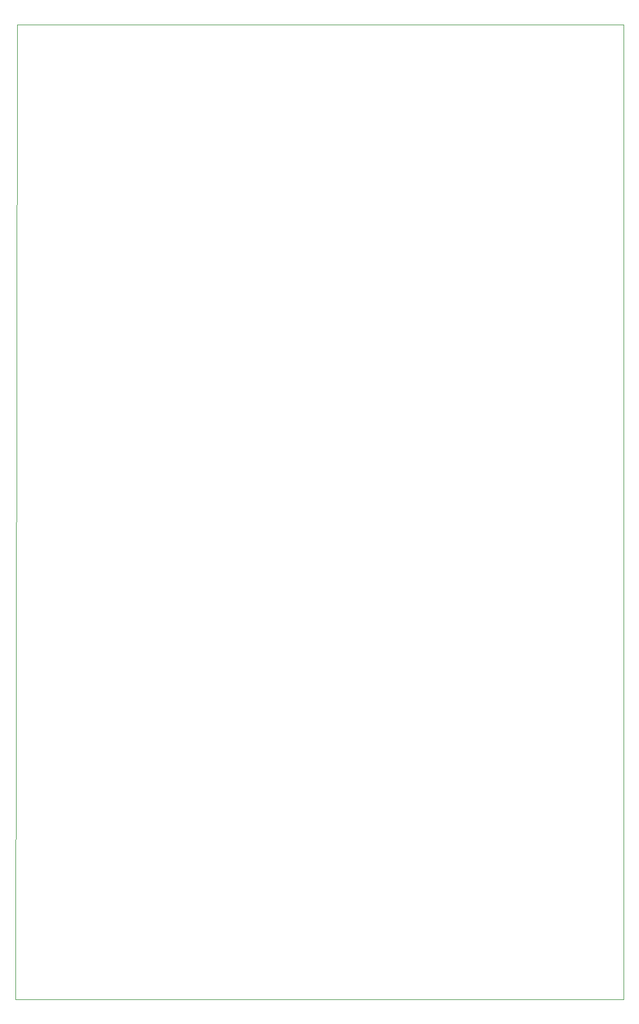
<source format=gbr>
%TF.GenerationSoftware,KiCad,Pcbnew,5.1.6-c6e7f7d~87~ubuntu18.04.1*%
%TF.CreationDate,2021-02-12T17:03:38+13:00*%
%TF.ProjectId,Volume Control Ultimate 2 Feb9,566f6c75-6d65-4204-936f-6e74726f6c20,rev?*%
%TF.SameCoordinates,Original*%
%TF.FileFunction,Profile,NP*%
%FSLAX46Y46*%
G04 Gerber Fmt 4.6, Leading zero omitted, Abs format (unit mm)*
G04 Created by KiCad (PCBNEW 5.1.6-c6e7f7d~87~ubuntu18.04.1) date 2021-02-12 17:03:38*
%MOMM*%
%LPD*%
G01*
G04 APERTURE LIST*
%TA.AperFunction,Profile*%
%ADD10C,0.050000*%
%TD*%
G04 APERTURE END LIST*
D10*
X35560000Y-38608000D02*
X35560000Y-41910000D01*
X125349000Y-38608000D02*
X35560000Y-38608000D01*
X125349000Y-182753000D02*
X125349000Y-38608000D01*
X35306000Y-182753000D02*
X125349000Y-182753000D01*
X35560000Y-41910000D02*
X35306000Y-182753000D01*
M02*

</source>
